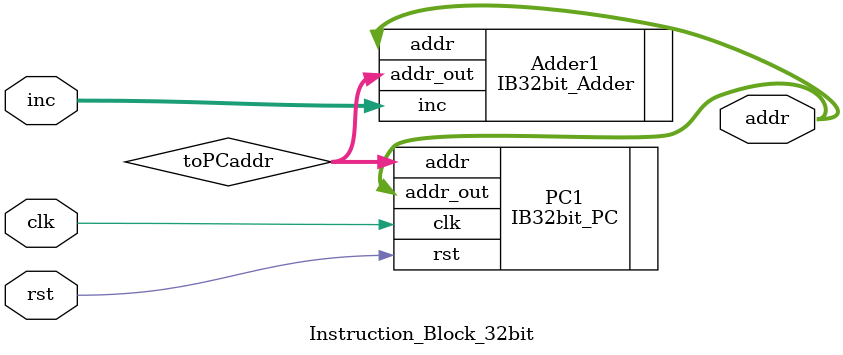
<source format=sv>
`timescale 1ns / 1ps

//////////////////////////////////////////////////////////////////////////////////////////
// INSTRUCTION BLOCK IS ADDER + PC CONNECTED TOGETHER BEFORE INSTRUCTION MEMORY IS REACHED
////////////////////////////////////////////////////////////////////////////////////////// 

module Instruction_Block_32bit(addr, clk, inc, rst);
    parameter AWIDTH = 6;
    parameter RWIDTH = 32;
    
    output logic [AWIDTH-1:0] addr;
    input logic [AWIDTH-1:0] inc;
    input logic clk;
    input logic rst;

    wire [AWIDTH-1:0] toPCaddr;
    
    IB32bit_Adder Adder1(
        .inc(inc),
        .addr(addr),
        .addr_out(toPCaddr)
        );
        
    IB32bit_PC PC1(
        .addr(toPCaddr),
        .clk(clk),
        .addr_out(addr),
        .rst(rst)
        );
endmodule

</source>
